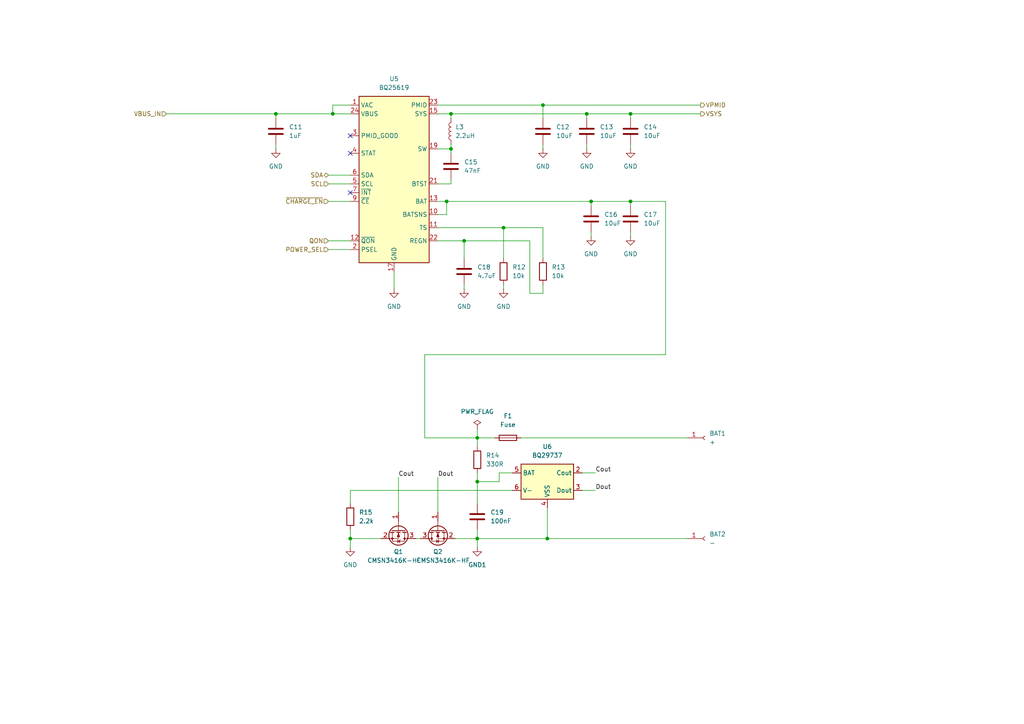
<source format=kicad_sch>
(kicad_sch (version 20231120) (generator "eeschema") (generator_version "8.0")
  (paper "A4")
  (lib_symbols
    (symbol "Battery_Management:BQ297xy"
      (property "Reference" "U" (at -6.35 6.35 0))
      (property "Value" "BQ297xy" (at 5.08 -6.35 0))
      (symbol "BQ297xy_0_1"
        (rectangle (start -7.62 5.08) (end 7.62 -5.08) (stroke (width 0.254)) (fill (type background)))
      )
      (symbol "BQ297xy_1_1"
        (pin no_connect line (at 7.62 0 180) (length 2.54) hide (name "NC") (number "1"))
        (pin output line (at 10.16 2.54 180) (length 2.54) (name "Cout") (number "2"))
        (pin output line (at 10.16 -2.54 180) (length 2.54) (name "Dout") (number "3"))
        (pin power_in line (at 0 -7.62 90) (length 2.54) (name "VSS") (number "4"))
        (pin input line (at -10.16 2.54 0) (length 2.54) (name "BAT") (number "5"))
        (pin input line (at -10.16 -2.54 0) (length 2.54) (name "V-") (number "6"))
      )
    )
    (symbol "Connector:Conn_01x01_Socket" (pin_names (offset 1.016) hide)
      (property "Reference" "J" (at 0 2.54 0))
      (property "Value" "Conn_01x01_Socket" (at 0 -2.54 0))
      (symbol "Conn_01x01_Socket_1_1"
        (polyline (pts (xy -1.27 0) (xy -0.508 0)) (stroke (width 0.1524)))
        (arc (start 0 0.508) (mid -0.5058 0) (end 0 -0.508) (stroke (width 0.1524)))
        (pin passive line (at -5.08 0 0) (length 3.81) (name "Pin_1") (number "1"))
      )
    )
    (symbol "Device:C" (pin_numbers hide) (pin_names (offset 0.254))
      (property "Reference" "C" (at 0.635 2.54 0))
      (property "Value" "C" (at 0.635 -2.54 0))
      (symbol "C_0_1"
        (polyline (pts (xy -2.032 -0.762) (xy 2.032 -0.762)) (stroke (width 0.508)))
        (polyline (pts (xy -2.032 0.762) (xy 2.032 0.762)) (stroke (width 0.508)))
      )
      (symbol "C_1_1"
        (pin passive line (at 0 3.81 270) (length 2.794) (name "~") (number "1"))
        (pin passive line (at 0 -3.81 90) (length 2.794) (name "~") (number "2"))
      )
    )
    (symbol "Device:Fuse" (pin_numbers hide) (pin_names (offset 0))
      (property "Reference" "F" (at 2.032 0 90))
      (property "Value" "Fuse" (at -1.905 0 90))
      (symbol "Fuse_0_1"
        (rectangle (start -0.762 -2.54) (end 0.762 2.54) (stroke (width 0.254)))
        (polyline (pts (xy 0 2.54) (xy 0 -2.54)))
      )
      (symbol "Fuse_1_1"
        (pin passive line (at 0 3.81 270) (length 1.27) (name "~") (number "1"))
        (pin passive line (at 0 -3.81 90) (length 1.27) (name "~") (number "2"))
      )
    )
    (symbol "Device:L" (pin_numbers hide) (pin_names (offset 1.016) hide)
      (property "Reference" "L" (at -1.27 0 90))
      (property "Value" "L" (at 1.905 0 90))
      (symbol "L_0_1"
        (arc (start 0 -2.54) (mid 0.6323 -1.905) (end 0 -1.27))
        (arc (start 0 -1.27) (mid 0.6323 -0.635) (end 0 0))
        (arc (start 0 0) (mid 0.6323 0.635) (end 0 1.27))
        (arc (start 0 1.27) (mid 0.6323 1.905) (end 0 2.54))
      )
      (symbol "L_1_1"
        (pin passive line (at 0 3.81 270) (length 1.27) (name "1") (number "1"))
        (pin passive line (at 0 -3.81 90) (length 1.27) (name "2") (number "2"))
      )
    )
    (symbol "Device:R" (pin_numbers hide) (pin_names (offset 0))
      (property "Reference" "R" (at 2.032 0 90))
      (property "Value" "R" (at 0 0 90))
      (symbol "R_0_1"
        (rectangle (start -1.016 -2.54) (end 1.016 2.54) (stroke (width 0.254)))
      )
      (symbol "R_1_1"
        (pin passive line (at 0 3.81 270) (length 1.27) (name "~") (number "1"))
        (pin passive line (at 0 -3.81 90) (length 1.27) (name "~") (number "2"))
      )
    )
    (symbol "Transistor_FET:2N7002" (pin_names hide)
      (property "Reference" "Q" (at 5.08 1.905 0))
      (property "Value" "2N7002" (at 5.08 0 0))
      (symbol "2N7002_0_1"
        (polyline (pts (xy 0.254 0) (xy -2.54 0)))
        (polyline (pts (xy 0.254 1.905) (xy 0.254 -1.905)) (stroke (width 0.254)))
        (polyline (pts (xy 0.762 -1.27) (xy 0.762 -2.286)) (stroke (width 0.254)))
        (polyline (pts (xy 0.762 0.508) (xy 0.762 -0.508)) (stroke (width 0.254)))
        (polyline (pts (xy 0.762 2.286) (xy 0.762 1.27)) (stroke (width 0.254)))
        (polyline (pts (xy 2.54 2.54) (xy 2.54 1.778)))
        (polyline (pts (xy 2.54 -2.54) (xy 2.54 0) (xy 0.762 0)))
        (polyline (pts (xy 0.762 -1.778) (xy 3.302 -1.778) (xy 3.302 1.778) (xy 0.762 1.778)))
        (polyline (pts (xy 1.016 0) (xy 2.032 0.381) (xy 2.032 -0.381) (xy 1.016 0)) (fill (type outline)))
        (polyline (pts (xy 2.794 0.508) (xy 2.921 0.381) (xy 3.683 0.381) (xy 3.81 0.254)))
        (polyline (pts (xy 3.302 0.381) (xy 2.921 -0.254) (xy 3.683 -0.254) (xy 3.302 0.381)))
        (circle (center 1.651 0) (radius 2.794) (stroke (width 0.254)))
        (circle (center 2.54 -1.778) (radius 0.254) (fill (type outline)))
        (circle (center 2.54 1.778) (radius 0.254) (fill (type outline)))
      )
      (symbol "2N7002_1_1"
        (pin input line (at -5.08 0 0) (length 2.54) (name "G") (number "1"))
        (pin passive line (at 2.54 -5.08 90) (length 2.54) (name "S") (number "2"))
        (pin passive line (at 2.54 5.08 270) (length 2.54) (name "D") (number "3"))
      )
    )
    (symbol "charge-ic:BQ25619"
      (property "Reference" "U5" (at 0 30.48 0))
      (property "Value" "BQ25619" (at 0 27.94 0))
      (symbol "BQ25619_0_1"
        (rectangle (start -10.16 25.4) (end 10.16 -22.86) (stroke (width 0.254)) (fill (type background)))
      )
      (symbol "BQ25619_1_1"
        (pin input line (at -12.7 22.86 0) (length 2.54) (name "VAC") (number "1"))
        (pin passive line (at 12.7 -8.89 180) (length 2.54) (name "BATSNS") (number "10"))
        (pin passive line (at 12.7 -12.7 180) (length 2.54) (name "TS") (number "11"))
        (pin input line (at -12.7 -16.51 0) (length 2.54) (name "~{QON}") (number "12"))
        (pin power_in line (at 12.7 -5.08 180) (length 2.54) (name "BAT") (number "13"))
        (pin power_in line (at 12.7 -5.08 180) (length 2.54) hide (name "BAT") (number "14"))
        (pin power_out line (at 12.7 20.32 180) (length 2.54) (name "SYS") (number "15"))
        (pin passive line (at 12.7 20.32 180) (length 2.54) hide (name "SYS") (number "16"))
        (pin power_in line (at 0 -25.4 90) (length 2.54) (name "GND") (number "17"))
        (pin passive line (at 0 -25.4 90) (length 2.54) hide (name "GND") (number "18"))
        (pin passive line (at 12.7 10.16 180) (length 2.54) (name "SW") (number "19"))
        (pin input line (at -12.7 -19.05 0) (length 2.54) (name "PSEL") (number "2"))
        (pin passive line (at 12.7 10.16 180) (length 2.54) hide (name "SW") (number "20"))
        (pin input line (at 12.7 0 180) (length 2.54) (name "BTST") (number "21"))
        (pin passive line (at 12.7 -16.51 180) (length 2.54) (name "REGN") (number "22"))
        (pin power_out line (at 12.7 22.86 180) (length 2.54) (name "PMID") (number "23"))
        (pin power_in line (at -12.7 20.32 0) (length 2.54) (name "VBUS") (number "24"))
        (pin passive line (at 0 -25.4 90) (length 2.54) hide (name "GND") (number "25"))
        (pin open_collector line (at -12.7 13.97 0) (length 2.54) (name "PMID_GOOD") (number "3"))
        (pin open_collector line (at -12.7 8.89 0) (length 2.54) (name "STAT") (number "4"))
        (pin input line (at -12.7 0 0) (length 2.54) (name "SCL") (number "5"))
        (pin bidirectional line (at -12.7 2.54 0) (length 2.54) (name "SDA") (number "6"))
        (pin open_collector line (at -12.7 -2.54 0) (length 2.54) (name "~{INT}") (number "7"))
        (pin input line (at -12.7 -5.08 0) (length 2.54) (name "~{CE}") (number "9"))
      )
    )
    (symbol "power:GND" (power) (pin_numbers hide) (pin_names (offset 0) hide)
      (property "Value" "GND" (at 0 -3.81 0))
      (symbol "GND_0_1"
        (polyline (pts (xy 0 0) (xy 0 -1.27) (xy 1.27 -1.27) (xy 0 -2.54) (xy -1.27 -1.27) (xy 0 -1.27)))
      )
      (symbol "GND_1_1"
        (pin power_in line (at 0 0 270) (length 0) (name "~") (number "1"))
      )
    )
    (symbol "power:GND1" (power) (pin_numbers hide) (pin_names (offset 0) hide)
      (property "Value" "GND1" (at 0 -3.81 0))
      (symbol "GND1_0_1"
        (polyline (pts (xy 0 0) (xy 0 -1.27) (xy 1.27 -1.27) (xy 0 -2.54) (xy -1.27 -1.27) (xy 0 -1.27)))
      )
      (symbol "GND1_1_1"
        (pin power_in line (at 0 0 270) (length 0) (name "~") (number "1"))
      )
    )
    (symbol "power:PWR_FLAG" (power) (pin_numbers hide) (pin_names (offset 0) hide)
      (property "Value" "PWR_FLAG" (at 0 3.81 0))
      (symbol "PWR_FLAG_0_0"
        (pin power_out line (at 0 0 90) (length 0) (name "~") (number "1"))
      )
      (symbol "PWR_FLAG_0_1"
        (polyline (pts (xy 0 0) (xy 0 1.27) (xy -1.016 1.905) (xy 0 2.54) (xy 1.016 1.905) (xy 0 1.27)))
      )
    )
  )
  (junction (at 146.05 66.04))
  (junction (at 134.62 69.85))
  (junction (at 138.43 156.21))
  (junction (at 101.6 156.21))
  (junction (at 170.18 33.02))
  (junction (at 96.52 33.02))
  (junction (at 80.01 33.02))
  (junction (at 158.75 156.21))
  (junction (at 171.45 58.42))
  (junction (at 130.81 33.02))
  (junction (at 129.54 58.42))
  (junction (at 130.81 43.18))
  (junction (at 157.48 30.48))
  (junction (at 138.43 139.7))
  (junction (at 182.88 58.42))
  (junction (at 182.88 33.02))
  (junction (at 138.43 127))
  (no_connect (at 101.6 39.37))
  (no_connect (at 101.6 55.88))
  (no_connect (at 101.6 44.45))
  (wire (pts (xy 101.6 30.48) (xy 96.52 30.48)))
  (wire (pts (xy 146.05 66.04) (xy 146.05 74.93)))
  (wire (pts (xy 129.54 62.23) (xy 129.54 58.42)))
  (wire (pts (xy 138.43 139.7) (xy 138.43 146.05)))
  (wire (pts (xy 95.25 50.8) (xy 101.6 50.8)))
  (wire (pts (xy 193.04 102.87) (xy 123.19 102.87)))
  (wire (pts (xy 157.48 85.09) (xy 153.67 85.09)))
  (wire (pts (xy 153.67 69.85) (xy 153.67 85.09)))
  (wire (pts (xy 138.43 129.54) (xy 138.43 127)))
  (wire (pts (xy 95.25 53.34) (xy 101.6 53.34)))
  (wire (pts (xy 138.43 139.7) (xy 144.78 139.7)))
  (wire (pts (xy 130.81 52.07) (xy 130.81 53.34)))
  (wire (pts (xy 138.43 137.16) (xy 138.43 139.7)))
  (wire (pts (xy 168.91 137.16) (xy 172.72 137.16)))
  (wire (pts (xy 95.25 69.85) (xy 101.6 69.85)))
  (wire (pts (xy 80.01 33.02) (xy 48.26 33.02)))
  (wire (pts (xy 95.25 58.42) (xy 101.6 58.42)))
  (wire (pts (xy 96.52 30.48) (xy 96.52 33.02)))
  (wire (pts (xy 127 69.85) (xy 134.62 69.85)))
  (wire (pts (xy 114.3 78.74) (xy 114.3 83.82)))
  (wire (pts (xy 146.05 82.55) (xy 146.05 83.82)))
  (wire (pts (xy 182.88 41.91) (xy 182.88 43.18)))
  (wire (pts (xy 130.81 41.91) (xy 130.81 43.18)))
  (wire (pts (xy 151.13 127) (xy 199.39 127)))
  (wire (pts (xy 127 138.43) (xy 127 148.59)))
  (wire (pts (xy 138.43 153.67) (xy 138.43 156.21)))
  (wire (pts (xy 182.88 67.31) (xy 182.88 68.58)))
  (wire (pts (xy 80.01 41.91) (xy 80.01 43.18)))
  (wire (pts (xy 127 62.23) (xy 129.54 62.23)))
  (wire (pts (xy 127 30.48) (xy 157.48 30.48)))
  (wire (pts (xy 95.25 72.39) (xy 101.6 72.39)))
  (wire (pts (xy 157.48 82.55) (xy 157.48 85.09)))
  (wire (pts (xy 115.57 138.43) (xy 115.57 148.59)))
  (wire (pts (xy 138.43 127) (xy 143.51 127)))
  (wire (pts (xy 170.18 33.02) (xy 170.18 34.29)))
  (wire (pts (xy 134.62 82.55) (xy 134.62 83.82)))
  (wire (pts (xy 127 58.42) (xy 129.54 58.42)))
  (wire (pts (xy 101.6 153.67) (xy 101.6 156.21)))
  (wire (pts (xy 170.18 41.91) (xy 170.18 43.18)))
  (wire (pts (xy 157.48 66.04) (xy 157.48 74.93)))
  (wire (pts (xy 171.45 67.31) (xy 171.45 68.58)))
  (wire (pts (xy 170.18 33.02) (xy 182.88 33.02)))
  (wire (pts (xy 158.75 147.32) (xy 158.75 156.21)))
  (wire (pts (xy 80.01 33.02) (xy 96.52 33.02)))
  (wire (pts (xy 157.48 30.48) (xy 157.48 34.29)))
  (wire (pts (xy 182.88 58.42) (xy 182.88 59.69)))
  (wire (pts (xy 158.75 156.21) (xy 199.39 156.21)))
  (wire (pts (xy 129.54 58.42) (xy 171.45 58.42)))
  (wire (pts (xy 130.81 43.18) (xy 130.81 44.45)))
  (wire (pts (xy 130.81 33.02) (xy 170.18 33.02)))
  (wire (pts (xy 157.48 41.91) (xy 157.48 43.18)))
  (wire (pts (xy 127 43.18) (xy 130.81 43.18)))
  (wire (pts (xy 144.78 137.16) (xy 148.59 137.16)))
  (wire (pts (xy 138.43 124.46) (xy 138.43 127)))
  (wire (pts (xy 182.88 33.02) (xy 203.2 33.02)))
  (wire (pts (xy 182.88 33.02) (xy 182.88 34.29)))
  (wire (pts (xy 127 33.02) (xy 130.81 33.02)))
  (wire (pts (xy 138.43 156.21) (xy 138.43 158.75)))
  (wire (pts (xy 101.6 142.24) (xy 148.59 142.24)))
  (wire (pts (xy 157.48 30.48) (xy 203.2 30.48)))
  (wire (pts (xy 144.78 139.7) (xy 144.78 137.16)))
  (wire (pts (xy 130.81 33.02) (xy 130.81 34.29)))
  (wire (pts (xy 171.45 58.42) (xy 182.88 58.42)))
  (wire (pts (xy 134.62 69.85) (xy 153.67 69.85)))
  (wire (pts (xy 96.52 33.02) (xy 101.6 33.02)))
  (wire (pts (xy 138.43 156.21) (xy 158.75 156.21)))
  (wire (pts (xy 101.6 156.21) (xy 101.6 158.75)))
  (wire (pts (xy 134.62 69.85) (xy 134.62 74.93)))
  (wire (pts (xy 146.05 66.04) (xy 157.48 66.04)))
  (wire (pts (xy 193.04 58.42) (xy 193.04 102.87)))
  (wire (pts (xy 120.65 156.21) (xy 121.92 156.21)))
  (wire (pts (xy 80.01 33.02) (xy 80.01 34.29)))
  (wire (pts (xy 101.6 156.21) (xy 110.49 156.21)))
  (wire (pts (xy 127 66.04) (xy 146.05 66.04)))
  (wire (pts (xy 123.19 127) (xy 138.43 127)))
  (wire (pts (xy 171.45 58.42) (xy 171.45 59.69)))
  (wire (pts (xy 101.6 142.24) (xy 101.6 146.05)))
  (wire (pts (xy 127 53.34) (xy 130.81 53.34)))
  (wire (pts (xy 123.19 102.87) (xy 123.19 127)))
  (wire (pts (xy 132.08 156.21) (xy 138.43 156.21)))
  (wire (pts (xy 182.88 58.42) (xy 193.04 58.42)))
  (wire (pts (xy 168.91 142.24) (xy 172.72 142.24)))
  (label "Dout" (at 172.72 142.24 0))
  (label "Cout" (at 115.57 138.43 0))
  (label "Dout" (at 127 138.43 0))
  (label "Cout" (at 172.72 137.16 0))
  (hierarchical_label "SDA" (shape bidirectional) (at 95.25 50.8 180))
  (hierarchical_label "QON" (shape input) (at 95.25 69.85 180))
  (hierarchical_label "VSYS" (shape output) (at 203.2 33.02 0))
  (hierarchical_label "POWER_SEL" (shape input) (at 95.25 72.39 180))
  (hierarchical_label "VBUS_IN" (shape input) (at 48.26 33.02 180))
  (hierarchical_label "~{CHARGE_EN}" (shape input) (at 95.25 58.42 180))
  (hierarchical_label "VPMID" (shape output) (at 203.2 30.48 0))
  (hierarchical_label "SCL" (shape input) (at 95.25 53.34 180))
  (symbol (lib_id "power:GND") (at 146.05 83.82 0) (unit 1)
    (property "Reference" "#PWR038" (effects (hide yes)))
    (property "Value" "GND" (at 146.05 88.9 0))
    (property "Description" "Power symbol creates a global label with name \"GND\" , ground" (effects (hide yes)))
  )
  (symbol (lib_id "Device:C") (at 130.81 48.26 0) (unit 1)
    (property "Reference" "C15" (at 134.62 46.9899 0) (effects (justify left)))
    (property "Value" "47nF" (at 134.62 49.5299 0) (effects (justify left)))
    (property "Footprint" "Capacitor_SMD:C_0603_1608Metric" (effects (hide yes)))
    (property "Description" "Unpolarized capacitor" (effects (hide yes)))
  )
  (symbol (lib_id "Connector:Conn_01x01_Socket") (at 204.47 156.21 0) (unit 1)
    (property "Reference" "BAT2" (at 205.74 154.9399 0) (effects (justify left)))
    (property "Value" "-" (at 205.74 157.4799 0) (effects (justify left)))
    (property "Footprint" "Battery:BatteryClip_Keystone_54_D16-19mm" (effects (hide yes)))
    (property "Description" "Generic connector, single row, 01x01, script generated" (effects (hide yes)))
  )
  (symbol (lib_id "power:GND") (at 114.3 83.82 0) (unit 1)
    (property "Reference" "#PWR036" (effects (hide yes)))
    (property "Value" "GND" (at 114.3 88.9 0))
    (property "Description" "Power symbol creates a global label with name \"GND\" , ground" (effects (hide yes)))
  )
  (symbol (lib_id "power:GND") (at 80.01 43.18 0) (unit 1)
    (property "Reference" "#PWR030" (effects (hide yes)))
    (property "Value" "GND" (at 80.01 48.26 0))
    (property "Description" "Power symbol creates a global label with name \"GND\" , ground" (effects (hide yes)))
  )
  (symbol (lib_id "Transistor_FET:2N7002") (at 115.57 153.67 270) (unit 1)
    (property "Reference" "Q1" (at 115.57 160.02 90))
    (property "Value" "CMSN3416K-HF" (at 114.3 162.56 90))
    (property "Footprint" "Package_TO_SOT_SMD:SOT-23" (effects (hide yes)))
    (property "Datasheet" "https://www.mouser.de/datasheet/2/80/QW-JTR77_CMSN3416K-HF_RevA-1847012.pdf" (effects (hide yes)))
  )
  (symbol (lib_id "Device:C") (at 138.43 149.86 0) (unit 1)
    (property "Reference" "C19" (at 142.24 148.5899 0) (effects (justify left)))
    (property "Value" "100nF" (at 142.24 151.1299 0) (effects (justify left)))
    (property "Footprint" "Capacitor_SMD:C_0603_1608Metric" (effects (hide yes)))
    (property "Description" "Unpolarized capacitor" (effects (hide yes)))
    (property "Voltage" "10V" (effects (hide yes)))
  )
  (symbol (lib_id "Device:C") (at 182.88 63.5 0) (unit 1)
    (property "Reference" "C17" (at 186.69 62.2299 0) (effects (justify left)))
    (property "Value" "10uF" (at 186.69 64.7699 0) (effects (justify left)))
    (property "Footprint" "Capacitor_SMD:C_0603_1608Metric" (effects (hide yes)))
    (property "Description" "Unpolarized capacitor" (effects (hide yes)))
    (property "Voltage" "10V" (effects (hide yes)))
  )
  (symbol (lib_id "Device:Fuse") (at 147.32 127 90) (unit 1)
    (property "Reference" "F1" (at 147.32 120.65 90))
    (property "Value" "Fuse" (at 147.32 123.19 90))
    (property "Footprint" "Fuse:Fuse_1206_3216Metric" (effects (hide yes)))
    (property "Description" "Fuse" (effects (hide yes)))
  )
  (symbol (lib_id "Connector:Conn_01x01_Socket") (at 204.47 127 0) (unit 1)
    (property "Reference" "BAT1" (at 205.74 125.7299 0) (effects (justify left)))
    (property "Value" "+" (at 205.74 128.2699 0) (effects (justify left)))
    (property "Footprint" "Battery:BatteryClip_Keystone_54_D16-19mm" (effects (hide yes)))
    (property "Description" "Generic connector, single row, 01x01, script generated" (effects (hide yes)))
  )
  (symbol (lib_id "power:PWR_FLAG") (at 138.43 124.46 0) (unit 1)
    (property "Reference" "#FLG02" (effects (hide yes)))
    (property "Value" "PWR_FLAG" (at 138.43 119.38 0))
    (property "Description" "Special symbol for telling ERC where power comes from" (effects (hide yes)))
  )
  (symbol (lib_id "Device:C") (at 134.62 78.74 0) (unit 1)
    (property "Reference" "C18" (at 138.43 77.4699 0) (effects (justify left)))
    (property "Value" "4.7uF" (at 138.43 80.0099 0) (effects (justify left)))
    (property "Footprint" "Capacitor_SMD:C_0603_1608Metric" (effects (hide yes)))
    (property "Description" "Unpolarized capacitor" (effects (hide yes)))
    (property "Voltage" "10V" (effects (hide yes)))
  )
  (symbol (lib_id "Transistor_FET:2N7002") (at 127 153.67 90) (mirror x) (unit 1)
    (property "Reference" "Q2" (at 127 160.02 90))
    (property "Value" "CMSN3416K-HF" (at 128.524 162.56 90))
    (property "Footprint" "Package_TO_SOT_SMD:SOT-23" (effects (hide yes)))
    (property "Datasheet" "https://www.mouser.de/datasheet/2/80/QW-JTR77_CMSN3416K-HF_RevA-1847012.pdf" (effects (hide yes)))
  )
  (symbol (lib_id "power:GND") (at 157.48 43.18 0) (unit 1)
    (property "Reference" "#PWR031" (effects (hide yes)))
    (property "Value" "GND" (at 157.48 48.26 0))
    (property "Description" "Power symbol creates a global label with name \"GND\" , ground" (effects (hide yes)))
  )
  (symbol (lib_id "Device:R") (at 146.05 78.74 0) (unit 1)
    (property "Reference" "R12" (at 148.59 77.4699 0) (effects (justify left)))
    (property "Value" "10k" (at 148.59 80.0099 0) (effects (justify left)))
    (property "Footprint" "Resistor_SMD:R_0603_1608Metric" (effects (hide yes)))
    (property "Description" "Resistor" (effects (hide yes)))
  )
  (symbol (lib_id "Device:R") (at 101.6 149.86 0) (unit 1)
    (property "Reference" "R15" (at 104.14 148.5899 0) (effects (justify left)))
    (property "Value" "2.2k" (at 104.14 151.1299 0) (effects (justify left)))
    (property "Footprint" "Resistor_SMD:R_0603_1608Metric" (effects (hide yes)))
    (property "Description" "Resistor" (effects (hide yes)))
  )
  (symbol (lib_id "Device:L") (at 130.81 38.1 180) (unit 1)
    (property "Reference" "L3" (at 132.08 36.8299 0) (effects (justify right)))
    (property "Value" "2.2uH" (at 132.08 39.3699 0) (effects (justify right)))
    (property "Footprint" "Inductor_SMD:L_Vishay_IHLP-1616" (effects (hide yes)))
    (property "Description" "Inductor" (effects (hide yes)))
  )
  (symbol (lib_id "power:GND") (at 101.6 158.75 0) (unit 1)
    (property "Reference" "#PWR039" (effects (hide yes)))
    (property "Value" "GND" (at 101.6 163.83 0))
    (property "Description" "Power symbol creates a global label with name \"GND\" , ground" (effects (hide yes)))
  )
  (symbol (lib_id "power:GND") (at 182.88 43.18 0) (unit 1)
    (property "Reference" "#PWR033" (effects (hide yes)))
    (property "Value" "GND" (at 182.88 48.26 0))
    (property "Description" "Power symbol creates a global label with name \"GND\" , ground" (effects (hide yes)))
  )
  (symbol (lib_id "power:GND") (at 134.62 83.82 0) (unit 1)
    (property "Reference" "#PWR037" (effects (hide yes)))
    (property "Value" "GND" (at 134.62 88.9 0))
    (property "Description" "Power symbol creates a global label with name \"GND\" , ground" (effects (hide yes)))
  )
  (symbol (lib_id "power:GND") (at 171.45 68.58 0) (unit 1)
    (property "Reference" "#PWR034" (effects (hide yes)))
    (property "Value" "GND" (at 171.45 73.66 0))
    (property "Description" "Power symbol creates a global label with name \"GND\" , ground" (effects (hide yes)))
  )
  (symbol (lib_id "charge-ic:BQ25619") (at 114.3 53.34 0) (unit 1)
    (property "Reference" "U5" (at 114.3 22.86 0))
    (property "Value" "BQ25619" (at 114.3 25.4 0))
    (property "Footprint" "Package_DFN_QFN:WQFN-24-1EP_4x4mm_P0.5mm_EP2.6x2.6mm_ThermalVias" (effects (hide yes)))
    (property "Datasheet" "https://www.ti.com/de/lit/gpn/bq25619" (effects (hide yes)))
    (property "Description" "BQ25618/619 I2C Controlled 1-Cell 1.5A Battery Charger with 20mA Termination and 1A Boost Operation" (effects (hide yes)))
  )
  (symbol (lib_id "Device:C") (at 157.48 38.1 0) (unit 1)
    (property "Reference" "C12" (at 161.29 36.8299 0) (effects (justify left)))
    (property "Value" "10uF" (at 161.29 39.3699 0) (effects (justify left)))
    (property "Footprint" "Capacitor_SMD:C_0603_1608Metric" (effects (hide yes)))
    (property "Description" "Unpolarized capacitor" (effects (hide yes)))
    (property "Voltage" "10V" (effects (hide yes)))
  )
  (symbol (lib_id "power:GND1") (at 138.43 158.75 0) (unit 1)
    (property "Reference" "#PWR040" (effects (hide yes)))
    (property "Value" "GND1" (at 138.43 163.83 0))
    (property "Description" "Power symbol creates a global label with name \"GND1\" , ground" (effects (hide yes)))
  )
  (symbol (lib_id "power:GND") (at 170.18 43.18 0) (unit 1)
    (property "Reference" "#PWR032" (effects (hide yes)))
    (property "Value" "GND" (at 170.18 48.26 0))
    (property "Description" "Power symbol creates a global label with name \"GND\" , ground" (effects (hide yes)))
  )
  (symbol (lib_id "Battery_Management:BQ297xy") (at 158.75 139.7 0) (unit 1)
    (property "Reference" "U6" (at 158.75 129.54 0))
    (property "Value" "BQ29737" (at 158.75 132.08 0))
    (property "Footprint" "Package_SON:WSON-6_1.5x1.5mm_P0.5mm" (effects (hide yes)))
    (property "Datasheet" "http://www.ti.com/lit/ds/symlink/bq2970.pdf" (effects (hide yes)))
    (property "Description" "Voltage and Current Protection for Single-Cell Li-Ion and Li-Polymer Batteries" (effects (hide yes)))
  )
  (symbol (lib_id "Device:C") (at 171.45 63.5 0) (unit 1)
    (property "Reference" "C16" (at 175.26 62.2299 0) (effects (justify left)))
    (property "Value" "10uF" (at 175.26 64.7699 0) (effects (justify left)))
    (property "Footprint" "Capacitor_SMD:C_0603_1608Metric" (effects (hide yes)))
    (property "Description" "Unpolarized capacitor" (effects (hide yes)))
    (property "Voltage" "10V" (effects (hide yes)))
  )
  (symbol (lib_id "Device:R") (at 157.48 78.74 0) (unit 1)
    (property "Reference" "R13" (at 160.02 77.4699 0) (effects (justify left)))
    (property "Value" "10k" (at 160.02 80.0099 0) (effects (justify left)))
    (property "Footprint" "Resistor_SMD:R_0603_1608Metric" (effects (hide yes)))
    (property "Description" "Resistor" (effects (hide yes)))
  )
  (symbol (lib_id "power:GND") (at 182.88 68.58 0) (unit 1)
    (property "Reference" "#PWR035" (effects (hide yes)))
    (property "Value" "GND" (at 182.88 73.66 0))
    (property "Description" "Power symbol creates a global label with name \"GND\" , ground" (effects (hide yes)))
  )
  (symbol (lib_id "Device:C") (at 80.01 38.1 0) (unit 1)
    (property "Reference" "C11" (at 83.82 36.8299 0) (effects (justify left)))
    (property "Value" "1uF" (at 83.82 39.3699 0) (effects (justify left)))
    (property "Footprint" "Capacitor_SMD:C_0603_1608Metric" (effects (hide yes)))
    (property "Description" "Unpolarized capacitor" (effects (hide yes)))
    (property "Voltage" "10V" (effects (hide yes)))
  )
  (symbol (lib_id "Device:C") (at 182.88 38.1 0) (unit 1)
    (property "Reference" "C14" (at 186.69 36.8299 0) (effects (justify left)))
    (property "Value" "10uF" (at 186.69 39.3699 0) (effects (justify left)))
    (property "Footprint" "Capacitor_SMD:C_0603_1608Metric" (effects (hide yes)))
    (property "Description" "Unpolarized capacitor" (effects (hide yes)))
    (property "Voltage" "10V" (effects (hide yes)))
  )
  (symbol (lib_id "Device:R") (at 138.43 133.35 0) (unit 1)
    (property "Reference" "R14" (at 140.97 132.0799 0) (effects (justify left)))
    (property "Value" "330R" (at 140.97 134.6199 0) (effects (justify left)))
    (property "Footprint" "Resistor_SMD:R_0603_1608Metric" (effects (hide yes)))
    (property "Description" "Resistor" (effects (hide yes)))
  )
  (symbol (lib_id "Device:C") (at 170.18 38.1 0) (unit 1)
    (property "Reference" "C13" (at 173.99 36.8299 0) (effects (justify left)))
    (property "Value" "10uF" (at 173.99 39.3699 0) (effects (justify left)))
    (property "Footprint" "Capacitor_SMD:C_0603_1608Metric" (effects (hide yes)))
    (property "Description" "Unpolarized capacitor" (effects (hide yes)))
    (property "Voltage" "10V" (effects (hide yes)))
  )
)
</source>
